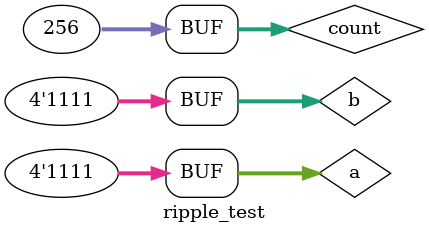
<source format=v>
module ripple(a, b, s, c);
  input [3:0] a, b;
  output [3:0] s;
  output c;
  wire c1, c2, c3;
  
  full f0(s[0], c1, a[0], b[0], 0);
  full f1(s[1], c2, a[1], b[1], c1);
  full f2(s[2], c3, a[2], b[2], c2);
  full f3(s[3], c, a[3], b[3], c3);
endmodule

module full(s, c, a, b, d);
  input a, b, d;
  output s, c;
  wire s1, c1, c2;
  
  half h0(s1, c1, a, b);
  half h1(s, c2, s1, d);
  or o1(c, c1, c2);
endmodule

module half(s, c, a, b);
  input a, b;
  output s, c;
  xor x1(s, a, b);
  and a1(c, a, b);
endmodule


module ripple_test;
  reg [3:0]a,b;
  wire [3:0]s;
  wire c;
  ripple test(a,b,s,c);
  integer count;
  initial begin
     $dumpfile("dump.vcd");
            $dumpvars;
    for(count=0;count<256;count=count+1)begin
      {a,b}=count;
      #20;
    end
  end
endmodule

</source>
